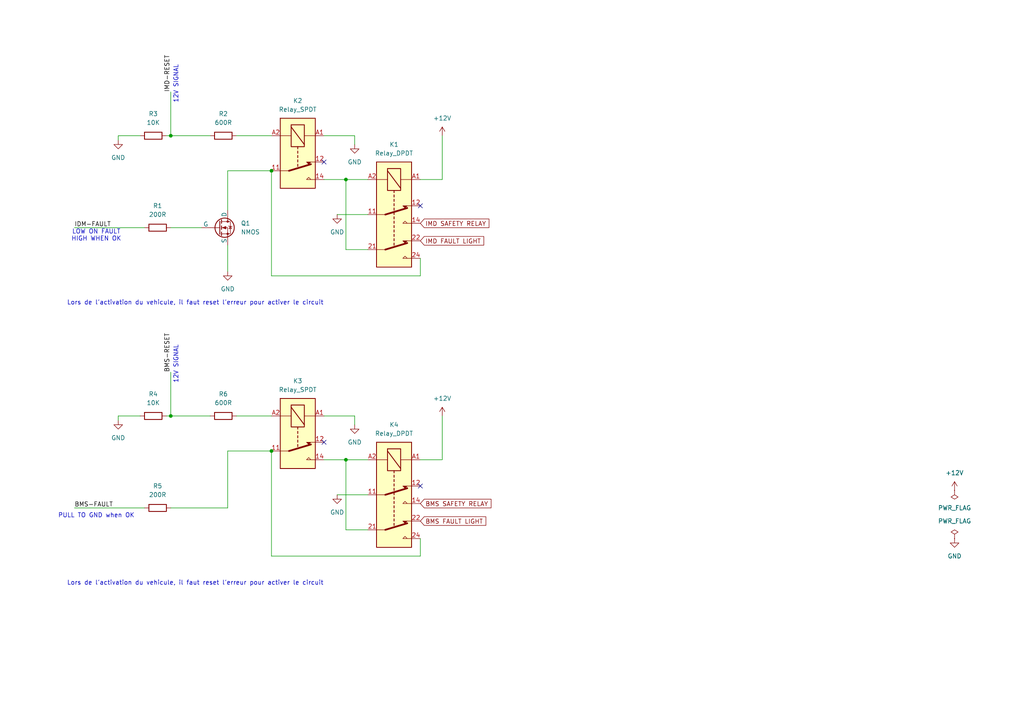
<source format=kicad_sch>
(kicad_sch (version 20250114) (generator "eeschema") (generator_version "9.0")
  (paper "A4")
  (lib_symbols
    (symbol "Device:R" (pin_numbers (hide yes)) (pin_names (offset 0))
      (property "Reference" "R" (at 2.032 0 90))
      (property "Value" "R" (at 0 0 90))
      (symbol "R_0_1"
        (rectangle (start -1.016 -2.54) (end 1.016 2.54) (stroke (width 0.254)))
      )
      (symbol "R_1_1"
        (pin passive line (at 0 3.81 270) (length 1.27) (name "~") (number "1"))
        (pin passive line (at 0 -3.81 90) (length 1.27) (name "~") (number "2"))
      )
    )
    (symbol "Relay:Relay_DPDT"
      (property "Reference" "K" (at 16.51 3.81 0))
      (property "Value" "Relay_DPDT" (at 16.51 1.27 0))
      (symbol "Relay_DPDT_0_1"
        (rectangle (start -15.24 5.08) (end 15.24 -5.08) (stroke (width 0.254)) (fill (type background)))
        (rectangle (start -13.335 1.905) (end -6.985 -1.905) (stroke (width 0.254)))
        (polyline (pts (xy -12.7 -1.905) (xy -7.62 1.905)) (stroke (width 0.254)))
        (polyline (pts (xy -10.16 5.08) (xy -10.16 1.905)))
        (polyline (pts (xy -10.16 -5.08) (xy -10.16 -1.905)))
        (polyline (pts (xy -6.985 0) (xy -6.35 0)) (stroke (width 0.254)))
        (polyline (pts (xy -5.715 0) (xy -5.08 0)) (stroke (width 0.254)))
        (polyline (pts (xy -4.445 0) (xy -3.81 0)) (stroke (width 0.254)))
        (polyline (pts (xy -3.175 0) (xy -2.54 0)) (stroke (width 0.254)))
        (polyline (pts (xy -2.54 5.08) (xy -2.54 2.54) (xy -1.905 3.175) (xy -2.54 3.81)) (fill (type outline)))
        (polyline (pts (xy -1.905 0) (xy -1.27 0)) (stroke (width 0.254)))
        (polyline (pts (xy -0.635 0) (xy 0 0)) (stroke (width 0.254)))
        (polyline (pts (xy 0 -2.54) (xy -1.905 3.81)) (stroke (width 0.508)))
        (polyline (pts (xy 0 -2.54) (xy 0 -5.08)))
        (polyline (pts (xy 0.635 0) (xy 1.27 0)) (stroke (width 0.254)))
        (polyline (pts (xy 1.905 0) (xy 2.54 0)) (stroke (width 0.254)))
        (polyline (pts (xy 2.54 5.08) (xy 2.54 2.54) (xy 1.905 3.175) (xy 2.54 3.81)))
        (polyline (pts (xy 3.175 0) (xy 3.81 0)) (stroke (width 0.254)))
        (polyline (pts (xy 4.445 0) (xy 5.08 0)) (stroke (width 0.254)))
        (polyline (pts (xy 5.715 0) (xy 6.35 0)) (stroke (width 0.254)))
        (polyline (pts (xy 6.985 0) (xy 7.62 0)) (stroke (width 0.254)))
        (polyline (pts (xy 7.62 5.08) (xy 7.62 2.54) (xy 8.255 3.175) (xy 7.62 3.81)) (fill (type outline)))
        (polyline (pts (xy 8.255 0) (xy 8.89 0)) (stroke (width 0.254)))
        (polyline (pts (xy 10.16 -2.54) (xy 8.255 3.81)) (stroke (width 0.508)))
        (polyline (pts (xy 10.16 -2.54) (xy 10.16 -5.08)))
        (polyline (pts (xy 12.7 5.08) (xy 12.7 2.54) (xy 12.065 3.175) (xy 12.7 3.81)))
      )
      (symbol "Relay_DPDT_1_1"
        (pin passive line (at -10.16 7.62 270) (length 2.54) (name "~") (number "A1"))
        (pin passive line (at -10.16 -7.62 90) (length 2.54) (name "~") (number "A2"))
        (pin passive line (at -2.54 7.62 270) (length 2.54) (name "~") (number "12"))
        (pin passive line (at 0 -7.62 90) (length 2.54) (name "~") (number "11"))
        (pin passive line (at 2.54 7.62 270) (length 2.54) (name "~") (number "14"))
        (pin passive line (at 7.62 7.62 270) (length 2.54) (name "~") (number "22"))
        (pin passive line (at 10.16 -7.62 90) (length 2.54) (name "~") (number "21"))
        (pin passive line (at 12.7 7.62 270) (length 2.54) (name "~") (number "24"))
      )
    )
    (symbol "Relay:Relay_SPDT"
      (property "Reference" "K" (at 11.43 3.81 0))
      (property "Value" "Relay_SPDT" (at 11.43 1.27 0))
      (symbol "Relay_SPDT_0_0"
        (polyline (pts (xy 7.62 5.08) (xy 7.62 2.54) (xy 6.985 3.175) (xy 7.62 3.81)))
      )
      (symbol "Relay_SPDT_0_1"
        (rectangle (start -10.16 5.08) (end 10.16 -5.08) (stroke (width 0.254)) (fill (type background)))
        (rectangle (start -8.255 1.905) (end -1.905 -1.905) (stroke (width 0.254)))
        (polyline (pts (xy -7.62 -1.905) (xy -2.54 1.905)) (stroke (width 0.254)))
        (polyline (pts (xy -5.08 5.08) (xy -5.08 1.905)))
        (polyline (pts (xy -5.08 -5.08) (xy -5.08 -1.905)))
        (polyline (pts (xy -1.905 0) (xy -1.27 0)) (stroke (width 0.254)))
        (polyline (pts (xy -0.635 0) (xy 0 0)) (stroke (width 0.254)))
        (polyline (pts (xy 0.635 0) (xy 1.27 0)) (stroke (width 0.254)))
        (polyline (pts (xy 1.905 0) (xy 2.54 0)) (stroke (width 0.254)))
        (polyline (pts (xy 2.54 5.08) (xy 2.54 2.54) (xy 3.175 3.175) (xy 2.54 3.81)) (fill (type outline)))
        (polyline (pts (xy 3.175 0) (xy 3.81 0)) (stroke (width 0.254)))
        (polyline (pts (xy 5.08 -2.54) (xy 3.175 3.81)) (stroke (width 0.508)))
        (polyline (pts (xy 5.08 -2.54) (xy 5.08 -5.08)))
      )
      (symbol "Relay_SPDT_1_1"
        (pin passive line (at -5.08 7.62 270) (length 2.54) (name "~") (number "A1"))
        (pin passive line (at -5.08 -7.62 90) (length 2.54) (name "~") (number "A2"))
        (pin passive line (at 2.54 7.62 270) (length 2.54) (name "~") (number "12"))
        (pin passive line (at 5.08 -7.62 90) (length 2.54) (name "~") (number "11"))
        (pin passive line (at 7.62 7.62 270) (length 2.54) (name "~") (number "14"))
      )
    )
    (symbol "Simulation_SPICE:NMOS" (pin_numbers (hide yes)) (pin_names (offset 0))
      (property "Reference" "Q" (at 5.08 1.27 0))
      (property "Value" "NMOS" (at 5.08 -1.27 0))
      (symbol "NMOS_0_1"
        (polyline (pts (xy 0.254 1.905) (xy 0.254 -1.905)) (stroke (width 0.254)))
        (polyline (pts (xy 0.254 0) (xy -2.54 0)))
        (polyline (pts (xy 0.762 2.286) (xy 0.762 1.27)) (stroke (width 0.254)))
        (polyline (pts (xy 0.762 0.508) (xy 0.762 -0.508)) (stroke (width 0.254)))
        (polyline (pts (xy 0.762 -1.27) (xy 0.762 -2.286)) (stroke (width 0.254)))
        (polyline (pts (xy 0.762 -1.778) (xy 3.302 -1.778) (xy 3.302 1.778) (xy 0.762 1.778)))
        (polyline (pts (xy 1.016 0) (xy 2.032 0.381) (xy 2.032 -0.381) (xy 1.016 0)) (fill (type outline)))
        (circle (center 1.651 0) (radius 2.794) (stroke (width 0.254)))
        (polyline (pts (xy 2.54 2.54) (xy 2.54 1.778)))
        (circle (center 2.54 1.778) (radius 0.254) (fill (type outline)))
        (circle (center 2.54 -1.778) (radius 0.254) (fill (type outline)))
        (polyline (pts (xy 2.54 -2.54) (xy 2.54 0) (xy 0.762 0)))
        (polyline (pts (xy 2.794 0.508) (xy 2.921 0.381) (xy 3.683 0.381) (xy 3.81 0.254)))
        (polyline (pts (xy 3.302 0.381) (xy 2.921 -0.254) (xy 3.683 -0.254) (xy 3.302 0.381)))
      )
      (symbol "NMOS_1_1"
        (pin input line (at -5.08 0 0) (length 2.54) (name "G") (number "2"))
        (pin passive line (at 2.54 5.08 270) (length 2.54) (name "D") (number "1"))
        (pin passive line (at 2.54 -5.08 90) (length 2.54) (name "S") (number "3"))
      )
    )
    (symbol "power:+12V" (power) (pin_numbers (hide yes)) (pin_names (offset 0) (hide yes))
      (property "Value" "+12V" (at 0 3.556 0))
      (symbol "+12V_0_1"
        (polyline (pts (xy -0.762 1.27) (xy 0 2.54)))
        (polyline (pts (xy 0 2.54) (xy 0.762 1.27)))
        (polyline (pts (xy 0 0) (xy 0 2.54)))
      )
      (symbol "+12V_1_1"
        (pin power_in line (at 0 0 90) (length 0) (name "~") (number "1"))
      )
    )
    (symbol "power:GND" (power) (pin_numbers (hide yes)) (pin_names (offset 0) (hide yes))
      (property "Value" "GND" (at 0 -3.81 0))
      (symbol "GND_0_1"
        (polyline (pts (xy 0 0) (xy 0 -1.27) (xy 1.27 -1.27) (xy 0 -2.54) (xy -1.27 -1.27) (xy 0 -1.27)))
      )
      (symbol "GND_1_1"
        (pin power_in line (at 0 0 270) (length 0) (name "~") (number "1"))
      )
    )
    (symbol "power:PWR_FLAG" (power) (pin_numbers (hide yes)) (pin_names (offset 0) (hide yes))
      (property "Value" "PWR_FLAG" (at 0 3.81 0))
      (symbol "PWR_FLAG_0_0"
        (pin power_out line (at 0 0 90) (length 0) (name "~") (number "1"))
      )
      (symbol "PWR_FLAG_0_1"
        (polyline (pts (xy 0 0) (xy 0 1.27) (xy -1.016 1.905) (xy 0 2.54) (xy 1.016 1.905) (xy 0 1.27)))
      )
    )
  )
  (text "PULL TO GND when OK\n" (at 27.94 149.606 0) (effects (font (size 1.27 1.27))))
  (text "LOW ON FAULT\nHIGH WHEN OK" (at 27.94 68.326 0) (effects (font (size 1.27 1.27))))
  (text "12V SIGNAL" (at 51.054 24.384 90) (effects (font (size 1.27 1.27))))
  (text "Lors de l'activation du vehicule, il faut reset l'erreur pour activer le circuit" (at 56.642 169.164 0) (effects (font (size 1.27 1.27))))
  (text "12V SIGNAL" (at 51.054 105.664 90) (effects (font (size 1.27 1.27))))
  (text "Lors de l'activation du vehicule, il faut reset l'erreur pour activer le circuit" (at 56.642 87.884 0) (effects (font (size 1.27 1.27))))
  (junction (at 49.53 39.37))
  (junction (at 78.74 130.81))
  (junction (at 100.33 52.07))
  (junction (at 78.74 49.53))
  (junction (at 100.33 133.35))
  (junction (at 49.53 120.65))
  (no_connect (at 93.98 46.99))
  (no_connect (at 121.92 59.69))
  (no_connect (at 121.92 140.97))
  (no_connect (at 93.98 128.27))
  (wire (pts (xy 21.59 147.32) (xy 41.91 147.32)))
  (wire (pts (xy 49.53 26.67) (xy 49.53 39.37)))
  (wire (pts (xy 121.92 133.35) (xy 128.27 133.35)))
  (wire (pts (xy 121.92 161.29) (xy 121.92 156.21)))
  (wire (pts (xy 34.29 120.65) (xy 34.29 121.92)))
  (wire (pts (xy 68.58 120.65) (xy 78.74 120.65)))
  (wire (pts (xy 66.04 130.81) (xy 66.04 147.32)))
  (wire (pts (xy 93.98 133.35) (xy 100.33 133.35)))
  (wire (pts (xy 40.64 39.37) (xy 34.29 39.37)))
  (wire (pts (xy 78.74 130.81) (xy 78.74 161.29)))
  (wire (pts (xy 100.33 72.39) (xy 100.33 52.07)))
  (wire (pts (xy 66.04 49.53) (xy 66.04 60.96)))
  (wire (pts (xy 49.53 107.95) (xy 49.53 120.65)))
  (wire (pts (xy 102.87 39.37) (xy 93.98 39.37)))
  (wire (pts (xy 97.79 62.23) (xy 106.68 62.23)))
  (wire (pts (xy 100.33 153.67) (xy 100.33 133.35)))
  (wire (pts (xy 100.33 52.07) (xy 106.68 52.07)))
  (wire (pts (xy 102.87 120.65) (xy 93.98 120.65)))
  (wire (pts (xy 106.68 72.39) (xy 100.33 72.39)))
  (wire (pts (xy 78.74 80.01) (xy 121.92 80.01)))
  (wire (pts (xy 121.92 80.01) (xy 121.92 74.93)))
  (wire (pts (xy 34.29 39.37) (xy 34.29 40.64)))
  (wire (pts (xy 21.59 66.04) (xy 41.91 66.04)))
  (wire (pts (xy 48.26 120.65) (xy 49.53 120.65)))
  (wire (pts (xy 68.58 39.37) (xy 78.74 39.37)))
  (wire (pts (xy 66.04 49.53) (xy 78.74 49.53)))
  (wire (pts (xy 78.74 49.53) (xy 78.74 80.01)))
  (wire (pts (xy 102.87 41.91) (xy 102.87 39.37)))
  (wire (pts (xy 40.64 120.65) (xy 34.29 120.65)))
  (wire (pts (xy 48.26 39.37) (xy 49.53 39.37)))
  (wire (pts (xy 49.53 120.65) (xy 60.96 120.65)))
  (wire (pts (xy 66.04 71.12) (xy 66.04 78.74)))
  (wire (pts (xy 100.33 133.35) (xy 106.68 133.35)))
  (wire (pts (xy 93.98 52.07) (xy 100.33 52.07)))
  (wire (pts (xy 128.27 52.07) (xy 128.27 39.37)))
  (wire (pts (xy 121.92 52.07) (xy 128.27 52.07)))
  (wire (pts (xy 49.53 39.37) (xy 60.96 39.37)))
  (wire (pts (xy 102.87 123.19) (xy 102.87 120.65)))
  (wire (pts (xy 128.27 133.35) (xy 128.27 120.65)))
  (wire (pts (xy 106.68 153.67) (xy 100.33 153.67)))
  (wire (pts (xy 66.04 130.81) (xy 78.74 130.81)))
  (wire (pts (xy 49.53 66.04) (xy 58.42 66.04)))
  (wire (pts (xy 78.74 161.29) (xy 121.92 161.29)))
  (wire (pts (xy 97.79 143.51) (xy 106.68 143.51)))
  (wire (pts (xy 49.53 147.32) (xy 66.04 147.32)))
  (label "BMS-RESET" (at 49.53 107.95 90))
  (label "BMS-FAULT" (at 21.59 147.32 0))
  (label "IDM-FAULT" (at 21.59 66.04 0))
  (label "IMD-RESET" (at 49.53 26.67 90))
  (global_label "BMS FAULT LIGHT" (shape input) (at 121.92 151.13 0) (property "Intersheetrefs" "${INTERSHEET_REFS}" (effects (hide yes))))
  (global_label "BMS SAFETY RELAY" (shape input) (at 121.92 146.05 0) (property "Intersheetrefs" "${INTERSHEET_REFS}" (effects (hide yes))))
  (global_label "IMD SAFETY RELAY" (shape input) (at 121.92 64.77 0) (property "Intersheetrefs" "${INTERSHEET_REFS}" (effects (hide yes))))
  (global_label "IMD FAULT LIGHT" (shape input) (at 121.92 69.85 0) (property "Intersheetrefs" "${INTERSHEET_REFS}" (effects (hide yes))))
  (symbol (lib_id "power:GND") (at 102.87 123.19 0) (unit 1)
    (property "Reference" "#PWR011" (effects (hide yes)))
    (property "Value" "GND" (at 102.87 128.27 0))
    (property "Description" "Power symbol creates a global label with name \"GND\" , ground" (effects (hide yes)))
  )
  (symbol (lib_id "power:+12V") (at 128.27 120.65 0) (unit 1)
    (property "Reference" "#PWR012" (effects (hide yes)))
    (property "Value" "+12V" (at 128.27 115.57 0))
    (property "Description" "Power symbol creates a global label with name \"+12V\"" (effects (hide yes)))
  )
  (symbol (lib_id "Simulation_SPICE:NMOS") (at 63.5 66.04 0) (unit 1)
    (property "Reference" "Q1" (at 69.85 64.7699 0) (effects (justify left)))
    (property "Value" "NMOS" (at 69.85 67.3099 0) (effects (justify left)))
    (property "Datasheet" "https://ngspice.sourceforge.io/docs/ngspice-html-manual/manual.xhtml#cha_MOSFETs" (effects (hide yes)))
    (property "Description" "N-MOSFET transistor, drain/source/gate" (effects (hide yes)))
    (property "Sim.Device" "NMOS" (effects (hide yes)))
    (property "Sim.Type" "VDMOS" (effects (hide yes)))
    (property "Sim.Pins" "1=D 2=G 3=S" (effects (hide yes)))
  )
  (symbol (lib_id "Device:R") (at 64.77 120.65 270) (unit 1)
    (property "Reference" "R6" (at 64.77 114.3 90))
    (property "Value" "600R" (at 64.77 116.84 90))
    (property "Description" "Resistor" (effects (hide yes)))
  )
  (symbol (lib_id "power:GND") (at 276.86 156.21 0) (unit 1)
    (property "Reference" "#PWR05" (effects (hide yes)))
    (property "Value" "GND" (at 276.86 161.29 0))
    (property "Description" "Power symbol creates a global label with name \"GND\" , ground" (effects (hide yes)))
  )
  (symbol (lib_id "power:+12V") (at 128.27 39.37 0) (unit 1)
    (property "Reference" "#PWR01" (effects (hide yes)))
    (property "Value" "+12V" (at 128.27 34.29 0))
    (property "Description" "Power symbol creates a global label with name \"+12V\"" (effects (hide yes)))
  )
  (symbol (lib_id "Relay:Relay_SPDT") (at 86.36 125.73 270) (unit 1)
    (property "Reference" "K3" (at 86.36 110.49 90))
    (property "Value" "Relay_SPDT" (at 86.36 113.03 90))
    (property "Description" "Relay SPDT, monostable, EN50005" (effects (hide yes)))
  )
  (symbol (lib_id "Device:R") (at 45.72 147.32 90) (unit 1)
    (property "Reference" "R5" (at 45.72 140.97 90))
    (property "Value" "200R" (at 45.72 143.51 90))
    (property "Description" "Resistor" (effects (hide yes)))
  )
  (symbol (lib_id "Device:R") (at 64.77 39.37 270) (unit 1)
    (property "Reference" "R2" (at 64.77 33.02 90))
    (property "Value" "600R" (at 64.77 35.56 90))
    (property "Description" "Resistor" (effects (hide yes)))
  )
  (symbol (lib_id "power:GND") (at 102.87 41.91 0) (unit 1)
    (property "Reference" "#PWR04" (effects (hide yes)))
    (property "Value" "GND" (at 102.87 46.99 0))
    (property "Description" "Power symbol creates a global label with name \"GND\" , ground" (effects (hide yes)))
  )
  (symbol (lib_id "power:PWR_FLAG") (at 276.86 156.21 0) (unit 1)
    (property "Reference" "#FLG01" (effects (hide yes)))
    (property "Value" "PWR_FLAG" (at 276.86 151.13 0))
    (property "Description" "Special symbol for telling ERC where power comes from" (effects (hide yes)))
  )
  (symbol (lib_id "Device:R") (at 44.45 120.65 270) (unit 1)
    (property "Reference" "R4" (at 44.45 114.3 90))
    (property "Value" "10K" (at 44.45 116.84 90))
    (property "Description" "Resistor" (effects (hide yes)))
  )
  (symbol (lib_id "power:GND") (at 97.79 143.51 0) (unit 1)
    (property "Reference" "#PWR010" (effects (hide yes)))
    (property "Value" "GND" (at 97.79 148.59 0))
    (property "Description" "Power symbol creates a global label with name \"GND\" , ground" (effects (hide yes)))
  )
  (symbol (lib_id "power:GND") (at 34.29 40.64 0) (unit 1)
    (property "Reference" "#PWR03" (effects (hide yes)))
    (property "Value" "GND" (at 34.29 45.72 0))
    (property "Description" "Power symbol creates a global label with name \"GND\" , ground" (effects (hide yes)))
  )
  (symbol (lib_id "power:GND") (at 66.04 78.74 0) (unit 1)
    (property "Reference" "#PWR02" (effects (hide yes)))
    (property "Value" "GND" (at 66.04 83.82 0))
    (property "Description" "Power symbol creates a global label with name \"GND\" , ground" (effects (hide yes)))
  )
  (symbol (lib_id "power:PWR_FLAG") (at 276.86 142.24 180) (unit 1)
    (property "Reference" "#FLG02" (effects (hide yes)))
    (property "Value" "PWR_FLAG" (at 276.86 147.32 0))
    (property "Description" "Special symbol for telling ERC where power comes from" (effects (hide yes)))
  )
  (symbol (lib_id "Device:R") (at 44.45 39.37 270) (unit 1)
    (property "Reference" "R3" (at 44.45 33.02 90))
    (property "Value" "10K" (at 44.45 35.56 90))
    (property "Description" "Resistor" (effects (hide yes)))
  )
  (symbol (lib_id "Device:R") (at 45.72 66.04 90) (unit 1)
    (property "Reference" "R1" (at 45.72 59.69 90))
    (property "Value" "200R" (at 45.72 62.23 90))
    (property "Description" "Resistor" (effects (hide yes)))
  )
  (symbol (lib_id "Relay:Relay_DPDT") (at 114.3 62.23 270) (unit 1)
    (property "Reference" "K1" (at 114.3 41.91 90))
    (property "Value" "Relay_DPDT" (at 114.3 44.45 90))
    (property "Description" "Relay DPDT, monostable, EN50005" (effects (hide yes)))
  )
  (symbol (lib_id "power:+12V") (at 276.86 142.24 0) (unit 1)
    (property "Reference" "#PWR06" (effects (hide yes)))
    (property "Value" "+12V" (at 276.86 137.16 0))
    (property "Description" "Power symbol creates a global label with name \"+12V\"" (effects (hide yes)))
  )
  (symbol (lib_id "Relay:Relay_DPDT") (at 114.3 143.51 270) (unit 1)
    (property "Reference" "K4" (at 114.3 123.19 90))
    (property "Value" "Relay_DPDT" (at 114.3 125.73 90))
    (property "Description" "Relay DPDT, monostable, EN50005" (effects (hide yes)))
  )
  (symbol (lib_id "power:GND") (at 97.79 62.23 0) (unit 1)
    (property "Reference" "#PWR07" (effects (hide yes)))
    (property "Value" "GND" (at 97.79 67.31 0))
    (property "Description" "Power symbol creates a global label with name \"GND\" , ground" (effects (hide yes)))
  )
  (symbol (lib_id "Relay:Relay_SPDT") (at 86.36 44.45 270) (unit 1)
    (property "Reference" "K2" (at 86.36 29.21 90))
    (property "Value" "Relay_SPDT" (at 86.36 31.75 90))
    (property "Description" "Relay SPDT, monostable, EN50005" (effects (hide yes)))
  )
  (symbol (lib_id "power:GND") (at 34.29 121.92 0) (unit 1)
    (property "Reference" "#PWR08" (effects (hide yes)))
    (property "Value" "GND" (at 34.29 127 0))
    (property "Description" "Power symbol creates a global label with name \"GND\" , ground" (effects (hide yes)))
  )
)
</source>
